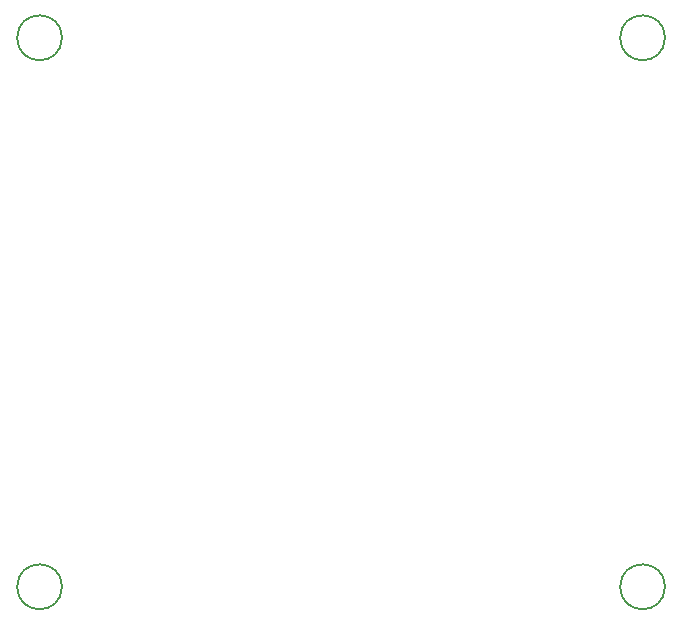
<source format=gbr>
%TF.GenerationSoftware,KiCad,Pcbnew,(6.0.2)*%
%TF.CreationDate,2022-12-20T22:03:32-08:00*%
%TF.ProjectId,split_supply_generator,73706c69-745f-4737-9570-706c795f6765,rev?*%
%TF.SameCoordinates,Original*%
%TF.FileFunction,Other,Comment*%
%FSLAX46Y46*%
G04 Gerber Fmt 4.6, Leading zero omitted, Abs format (unit mm)*
G04 Created by KiCad (PCBNEW (6.0.2)) date 2022-12-20 22:03:32*
%MOMM*%
%LPD*%
G01*
G04 APERTURE LIST*
%ADD10C,0.150000*%
G04 APERTURE END LIST*
D10*
%TO.C,H3*%
X95372000Y-107696000D02*
G75*
G03*
X95372000Y-107696000I-1900000J0D01*
G01*
%TO.C,H1*%
X146426000Y-61214000D02*
G75*
G03*
X146426000Y-61214000I-1900000J0D01*
G01*
%TO.C,H4*%
X146426000Y-107696000D02*
G75*
G03*
X146426000Y-107696000I-1900000J0D01*
G01*
%TO.C,H2*%
X95372000Y-61214000D02*
G75*
G03*
X95372000Y-61214000I-1900000J0D01*
G01*
%TD*%
M02*

</source>
